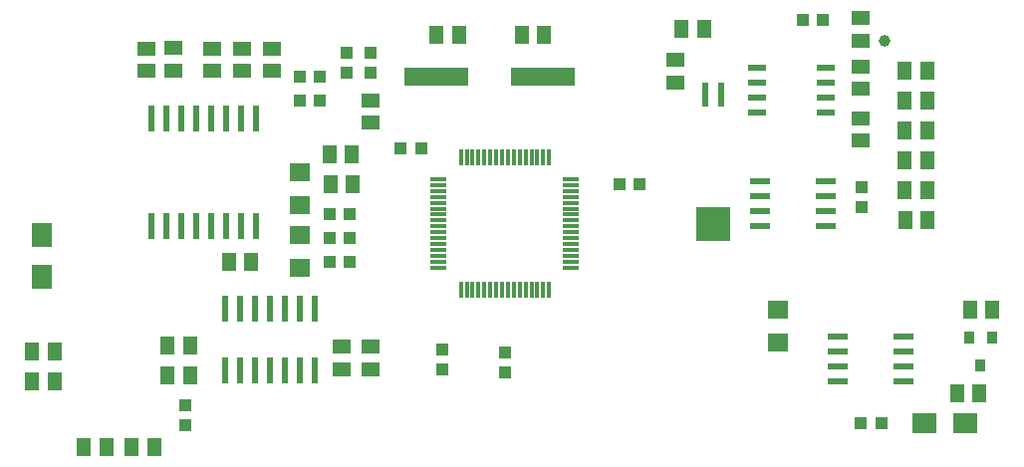
<source format=gtp>
%FSLAX42Y42*%
%MOMM*%
G71*
G01*
G75*
%ADD10C,0.20*%
%ADD11R,1.50X1.30*%
%ADD12R,0.30X1.45*%
%ADD13R,1.30X1.50*%
%ADD14C,1.00*%
%ADD15R,1.55X0.60*%
%ADD16R,1.80X1.60*%
%ADD17R,0.85X1.00*%
%ADD18R,1.80X0.60*%
%ADD19R,5.50X1.50*%
%ADD20R,1.45X0.30*%
%ADD21R,0.60X2.00*%
%ADD22R,3.00X3.00*%
%ADD23R,1.00X1.10*%
%ADD24R,0.60X2.20*%
%ADD25R,1.10X1.00*%
%ADD26R,1.80X2.15*%
%ADD27R,2.15X1.80*%
%ADD28R,0.60X2.25*%
%ADD29C,1.00*%
%ADD30C,0.25*%
%ADD31C,0.40*%
%ADD32C,0.50*%
%ADD33C,0.30*%
%ADD34C,0.25*%
%ADD35R,1.50X1.50*%
%ADD36C,1.50*%
%ADD37R,1.60X1.60*%
%ADD38C,1.60*%
%ADD39C,1.20*%
%ADD40C,4.76*%
%ADD41R,1.69X1.69*%
%ADD42C,1.69*%
%ADD43C,0.60*%
%ADD44R,2.80X0.65*%
%ADD45R,0.65X2.80*%
D11*
X5842Y-762D02*
D03*
Y-572D02*
D03*
X7417Y-406D02*
D03*
Y-216D02*
D03*
X3250Y-3010D02*
D03*
Y-3200D02*
D03*
X3000Y-3010D02*
D03*
Y-3200D02*
D03*
X1344Y-663D02*
D03*
Y-473D02*
D03*
X7417Y-623D02*
D03*
Y-813D02*
D03*
X1575Y-470D02*
D03*
Y-660D02*
D03*
X1903Y-663D02*
D03*
Y-473D02*
D03*
X2411Y-663D02*
D03*
Y-473D02*
D03*
X2157Y-663D02*
D03*
Y-473D02*
D03*
X7417Y-1257D02*
D03*
Y-1067D02*
D03*
X3251Y-1104D02*
D03*
Y-914D02*
D03*
D12*
X4465Y-1397D02*
D03*
X4765D02*
D03*
X4715D02*
D03*
X4665D02*
D03*
X4615D02*
D03*
X4565D02*
D03*
X4515D02*
D03*
X4415D02*
D03*
X4365D02*
D03*
X4315D02*
D03*
X4265D02*
D03*
X4215D02*
D03*
X4165D02*
D03*
X4115D02*
D03*
X4065D02*
D03*
X4015D02*
D03*
X4765Y-2522D02*
D03*
X4715D02*
D03*
X4665D02*
D03*
X4615D02*
D03*
X4565D02*
D03*
X4515D02*
D03*
X4465D02*
D03*
X4415D02*
D03*
X4365D02*
D03*
X4315D02*
D03*
X4265D02*
D03*
X4215D02*
D03*
X4165D02*
D03*
X4115D02*
D03*
X4065D02*
D03*
X4015D02*
D03*
D13*
X5893Y-305D02*
D03*
X6083D02*
D03*
X8230Y-3404D02*
D03*
X8420D02*
D03*
X8534Y-2692D02*
D03*
X1219Y-3861D02*
D03*
X1409D02*
D03*
X813D02*
D03*
X1003D02*
D03*
X370Y-3050D02*
D03*
X560D02*
D03*
X1524Y-2997D02*
D03*
X1714D02*
D03*
X370Y-3300D02*
D03*
X560D02*
D03*
X1524Y-3251D02*
D03*
X1714D02*
D03*
X2045Y-2286D02*
D03*
X2235D02*
D03*
X7980Y-1930D02*
D03*
X7790D02*
D03*
X2909Y-1626D02*
D03*
X3099D02*
D03*
X7786Y-660D02*
D03*
X7976D02*
D03*
X7786Y-914D02*
D03*
X7976D02*
D03*
X7786Y-1168D02*
D03*
X7976D02*
D03*
X7786Y-1422D02*
D03*
X7976D02*
D03*
X7786Y-1676D02*
D03*
X7976D02*
D03*
X4000Y-356D02*
D03*
X3810D02*
D03*
X4534D02*
D03*
X4724D02*
D03*
X8344Y-2692D02*
D03*
X3086Y-1372D02*
D03*
X2896D02*
D03*
D14*
X7620Y-406D02*
D03*
D15*
X7118Y-765D02*
D03*
X6533Y-638D02*
D03*
Y-765D02*
D03*
Y-892D02*
D03*
Y-1019D02*
D03*
X7118Y-638D02*
D03*
Y-892D02*
D03*
Y-1019D02*
D03*
D16*
X6706Y-2692D02*
D03*
Y-2972D02*
D03*
X2642Y-2057D02*
D03*
Y-2337D02*
D03*
Y-1804D02*
D03*
Y-1524D02*
D03*
D17*
X8528Y-2928D02*
D03*
X8338D02*
D03*
X8433Y-3168D02*
D03*
D18*
X7774Y-3048D02*
D03*
X6558Y-1603D02*
D03*
Y-1730D02*
D03*
Y-1857D02*
D03*
Y-1984D02*
D03*
X7118Y-1603D02*
D03*
Y-1730D02*
D03*
Y-1857D02*
D03*
Y-1984D02*
D03*
X7774Y-3302D02*
D03*
Y-3175D02*
D03*
Y-2921D02*
D03*
X7214Y-3302D02*
D03*
Y-3175D02*
D03*
Y-3048D02*
D03*
Y-2921D02*
D03*
D19*
X3810Y-711D02*
D03*
X4710D02*
D03*
D20*
X3827Y-1784D02*
D03*
Y-1684D02*
D03*
Y-1834D02*
D03*
Y-1734D02*
D03*
X4952Y-2334D02*
D03*
Y-2284D02*
D03*
Y-2234D02*
D03*
Y-2184D02*
D03*
Y-2134D02*
D03*
Y-2084D02*
D03*
Y-2034D02*
D03*
Y-1984D02*
D03*
Y-1934D02*
D03*
Y-1884D02*
D03*
Y-1834D02*
D03*
Y-1784D02*
D03*
Y-1734D02*
D03*
Y-1684D02*
D03*
Y-1634D02*
D03*
Y-1584D02*
D03*
X3827Y-2334D02*
D03*
Y-2284D02*
D03*
Y-2234D02*
D03*
Y-2184D02*
D03*
Y-2134D02*
D03*
Y-2084D02*
D03*
Y-2034D02*
D03*
Y-1984D02*
D03*
Y-1934D02*
D03*
Y-1884D02*
D03*
Y-1634D02*
D03*
Y-1584D02*
D03*
D21*
X6226Y-864D02*
D03*
X6096D02*
D03*
D22*
X6161Y-1964D02*
D03*
D23*
X1676Y-3675D02*
D03*
Y-3505D02*
D03*
X7422Y-1654D02*
D03*
Y-1824D02*
D03*
X3048Y-508D02*
D03*
Y-678D02*
D03*
X3251Y-508D02*
D03*
Y-678D02*
D03*
X4386Y-3057D02*
D03*
Y-3227D02*
D03*
X3861Y-3200D02*
D03*
Y-3030D02*
D03*
D24*
X2007Y-3209D02*
D03*
X2134D02*
D03*
X2261D02*
D03*
X2388D02*
D03*
X2515D02*
D03*
X2642D02*
D03*
X2769D02*
D03*
X2007Y-2684D02*
D03*
X2134D02*
D03*
X2261D02*
D03*
X2388D02*
D03*
X2515D02*
D03*
X2642D02*
D03*
X2769D02*
D03*
D25*
X7417Y-3658D02*
D03*
X7587D02*
D03*
X2896Y-2083D02*
D03*
X3066D02*
D03*
X2896Y-1880D02*
D03*
X3066D02*
D03*
X7091Y-229D02*
D03*
X6921D02*
D03*
X5537Y-1626D02*
D03*
X5367D02*
D03*
X2642Y-914D02*
D03*
X2812D02*
D03*
X2642Y-711D02*
D03*
X2812D02*
D03*
X2896Y-2286D02*
D03*
X3066D02*
D03*
X3505Y-1321D02*
D03*
X3675D02*
D03*
D26*
X457Y-2410D02*
D03*
Y-2060D02*
D03*
D27*
X7953Y-3658D02*
D03*
X8303D02*
D03*
D28*
X2273Y-1066D02*
D03*
X2146D02*
D03*
X2019D02*
D03*
X1892D02*
D03*
X1765D02*
D03*
X1638D02*
D03*
X1511D02*
D03*
X1384D02*
D03*
X2273Y-1982D02*
D03*
X2146D02*
D03*
X2019D02*
D03*
X1892D02*
D03*
X1765D02*
D03*
X1638D02*
D03*
X1511D02*
D03*
X1384D02*
D03*
M02*

</source>
